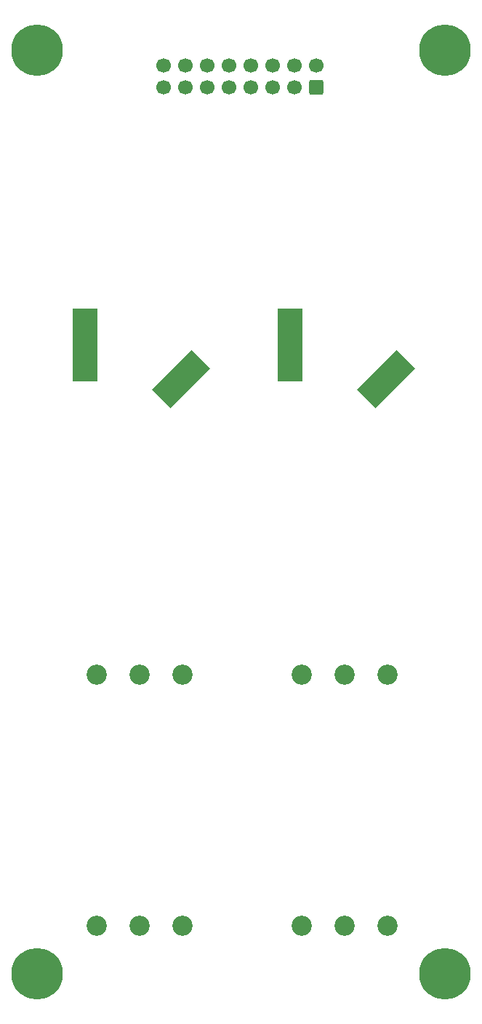
<source format=gbr>
%TF.GenerationSoftware,KiCad,Pcbnew,(6.0.0-0)*%
%TF.CreationDate,2022-11-10T22:32:45-05:00*%
%TF.ProjectId,ADSR-Generator,41445352-2d47-4656-9e65-7261746f722e,rev?*%
%TF.SameCoordinates,Original*%
%TF.FileFunction,Soldermask,Top*%
%TF.FilePolarity,Negative*%
%FSLAX46Y46*%
G04 Gerber Fmt 4.6, Leading zero omitted, Abs format (unit mm)*
G04 Created by KiCad (PCBNEW (6.0.0-0)) date 2022-11-10 22:32:45*
%MOMM*%
%LPD*%
G01*
G04 APERTURE LIST*
G04 Aperture macros list*
%AMRoundRect*
0 Rectangle with rounded corners*
0 $1 Rounding radius*
0 $2 $3 $4 $5 $6 $7 $8 $9 X,Y pos of 4 corners*
0 Add a 4 corners polygon primitive as box body*
4,1,4,$2,$3,$4,$5,$6,$7,$8,$9,$2,$3,0*
0 Add four circle primitives for the rounded corners*
1,1,$1+$1,$2,$3*
1,1,$1+$1,$4,$5*
1,1,$1+$1,$6,$7*
1,1,$1+$1,$8,$9*
0 Add four rect primitives between the rounded corners*
20,1,$1+$1,$2,$3,$4,$5,0*
20,1,$1+$1,$4,$5,$6,$7,0*
20,1,$1+$1,$6,$7,$8,$9,0*
20,1,$1+$1,$8,$9,$2,$3,0*%
%AMRotRect*
0 Rectangle, with rotation*
0 The origin of the aperture is its center*
0 $1 length*
0 $2 width*
0 $3 Rotation angle, in degrees counterclockwise*
0 Add horizontal line*
21,1,$1,$2,0,0,$3*%
G04 Aperture macros list end*
%ADD10C,0.800000*%
%ADD11C,6.000000*%
%ADD12C,2.340000*%
%ADD13RotRect,3.000000X6.500000X315.000000*%
%ADD14R,3.000000X8.500000*%
%ADD15C,1.700000*%
%ADD16RoundRect,0.250000X0.600000X-0.600000X0.600000X0.600000X-0.600000X0.600000X-0.600000X-0.600000X0*%
G04 APERTURE END LIST*
D10*
%TO.C,REF\u002A\u002A*%
X260060000Y-149098000D03*
X259400990Y-147507010D03*
X257810000Y-146848000D03*
X259400990Y-150688990D03*
X257810000Y-151348000D03*
X255560000Y-149098000D03*
D11*
X257810000Y-149098000D03*
D10*
X256219010Y-147507010D03*
X256219010Y-150688990D03*
%TD*%
%TO.C,REF\u002A\u002A*%
X212562000Y-149098000D03*
X211902990Y-147507010D03*
X210312000Y-146848000D03*
X211902990Y-150688990D03*
X210312000Y-151348000D03*
X208062000Y-149098000D03*
D11*
X210312000Y-149098000D03*
D10*
X208721010Y-147507010D03*
X208721010Y-150688990D03*
%TD*%
%TO.C,REF\u002A\u002A*%
X260060000Y-41656000D03*
X259400990Y-40065010D03*
X257810000Y-39406000D03*
X259400990Y-43246990D03*
X257810000Y-43906000D03*
X255560000Y-41656000D03*
D11*
X257810000Y-41656000D03*
D10*
X256219010Y-40065010D03*
X256219010Y-43246990D03*
%TD*%
%TO.C,REF\u002A\u002A*%
X212562000Y-41656000D03*
X211902990Y-40065010D03*
X210312000Y-39406000D03*
X211902990Y-43246990D03*
X210312000Y-43906000D03*
X208062000Y-41656000D03*
D11*
X210312000Y-41656000D03*
D10*
X208721010Y-40065010D03*
X208721010Y-43246990D03*
%TD*%
D12*
%TO.C,RV4*%
X217250000Y-143504000D03*
X222250000Y-143504000D03*
X227250000Y-143504000D03*
%TD*%
%TO.C,RV3*%
X241126000Y-114300000D03*
X246126000Y-114300000D03*
X251126000Y-114300000D03*
%TD*%
%TO.C,RV2*%
X227250000Y-114294000D03*
X222250000Y-114294000D03*
X217250000Y-114294000D03*
%TD*%
%TO.C,RV1*%
X241126000Y-143510000D03*
X246126000Y-143510000D03*
X251126000Y-143510000D03*
%TD*%
D13*
%TO.C,J3*%
X250949000Y-79899000D03*
D14*
X239739000Y-75917000D03*
%TD*%
D13*
%TO.C,J2*%
X227048000Y-79929000D03*
D14*
X215838000Y-75947000D03*
%TD*%
D15*
%TO.C,J1*%
X225044000Y-43434000D03*
X227584000Y-43434000D03*
X230124000Y-43434000D03*
X232664000Y-43434000D03*
X235204000Y-43434000D03*
X237744000Y-43434000D03*
X240284000Y-43434000D03*
X242824000Y-43434000D03*
X225044000Y-45974000D03*
X227584000Y-45974000D03*
X230124000Y-45974000D03*
X232664000Y-45974000D03*
X235204000Y-45974000D03*
X237744000Y-45974000D03*
X240284000Y-45974000D03*
D16*
X242824000Y-45974000D03*
%TD*%
M02*

</source>
